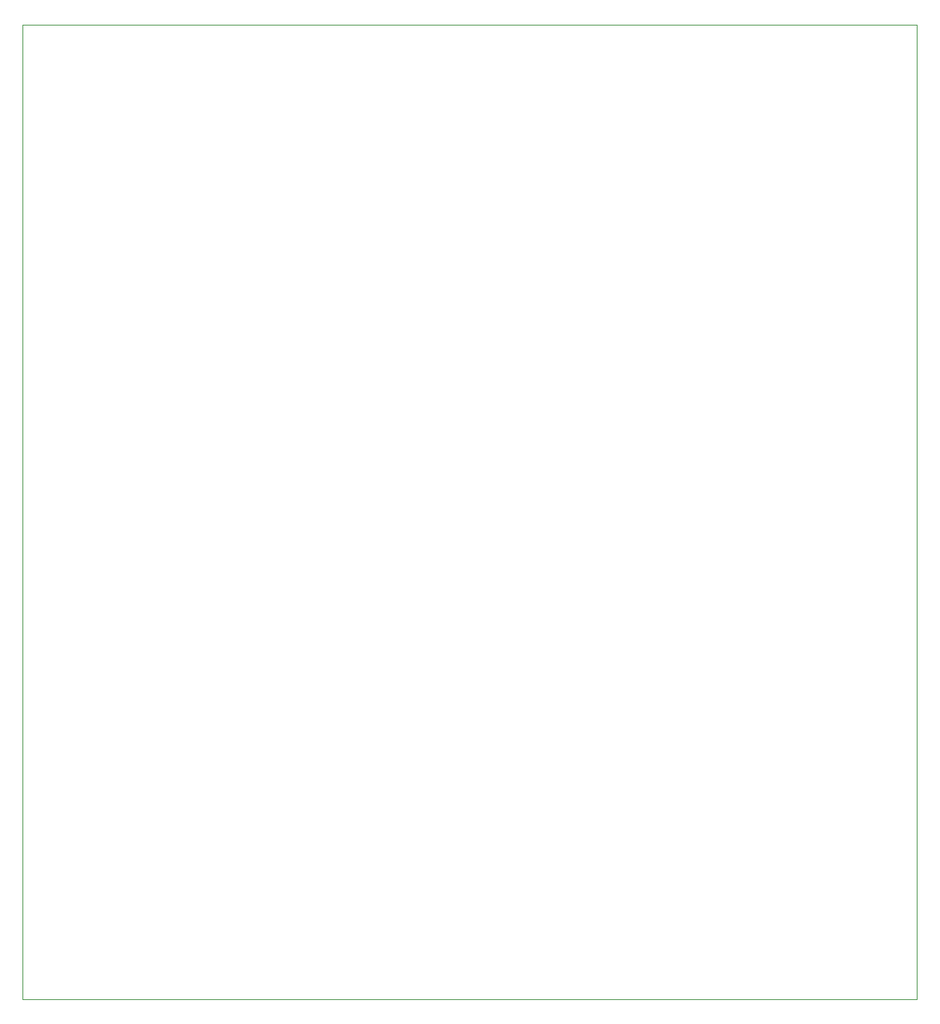
<source format=gm1>
G04 #@! TF.GenerationSoftware,KiCad,Pcbnew,8.0.2-1*
G04 #@! TF.CreationDate,2024-06-17T09:47:28+02:00*
G04 #@! TF.ProjectId,3320,33333230-2e6b-4696-9361-645f70636258,rev?*
G04 #@! TF.SameCoordinates,Original*
G04 #@! TF.FileFunction,Profile,NP*
%FSLAX46Y46*%
G04 Gerber Fmt 4.6, Leading zero omitted, Abs format (unit mm)*
G04 Created by KiCad (PCBNEW 8.0.2-1) date 2024-06-17 09:47:28*
%MOMM*%
%LPD*%
G01*
G04 APERTURE LIST*
G04 #@! TA.AperFunction,Profile*
%ADD10C,0.100000*%
G04 #@! TD*
G04 APERTURE END LIST*
D10*
X50000000Y-50000000D02*
X151000000Y-50000000D01*
X151000000Y-160000000D01*
X50000000Y-160000000D01*
X50000000Y-50000000D01*
M02*

</source>
